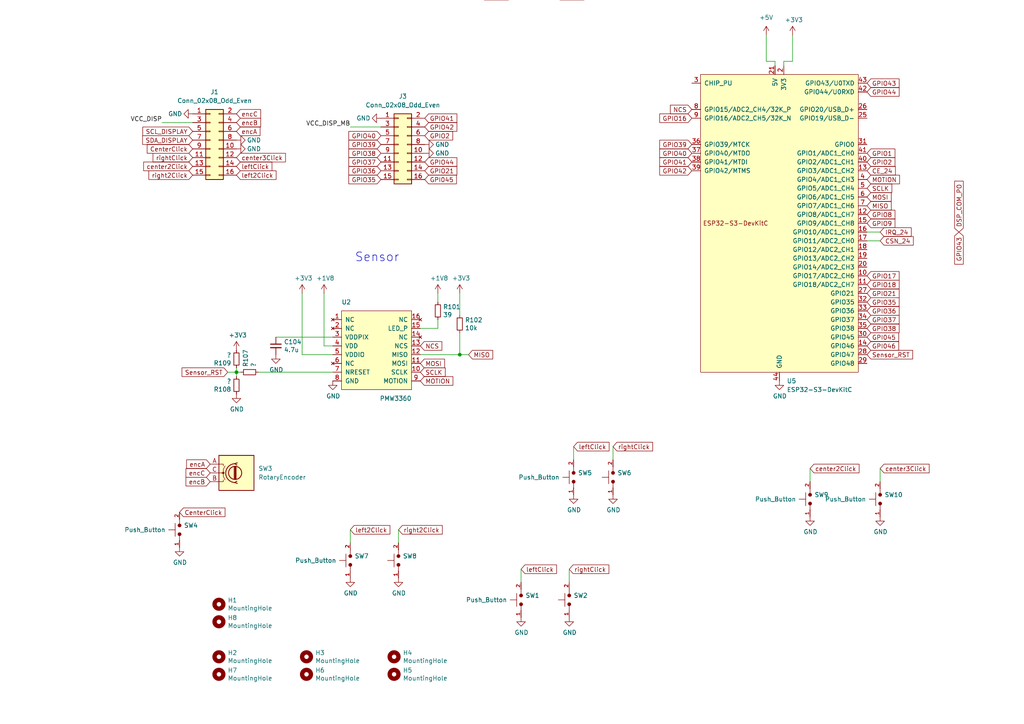
<source format=kicad_sch>
(kicad_sch (version 20250114) (generator "eeschema") (generator_version "9.0")
  (paper "A4")
  (lib_symbols
    (symbol "Connector:Conn_01x06_Pin" (pin_names (offset 1.016) (hide yes))
      (property "Reference" "J" (at 0 7.62 0))
      (property "Value" "Conn_01x06_Pin" (at 0 -10.16 0))
      (symbol "Conn_01x06_Pin_1_1"
        (pin passive line (at 5.08 5.08 180) (length 3.81) (name "Pin_1") (number "1"))
        (pin passive line (at 5.08 2.54 180) (length 3.81) (name "Pin_2") (number "2"))
        (pin passive line (at 5.08 0 180) (length 3.81) (name "Pin_3") (number "3"))
        (pin passive line (at 5.08 -2.54 180) (length 3.81) (name "Pin_4") (number "4"))
        (pin passive line (at 5.08 -5.08 180) (length 3.81) (name "Pin_5") (number "5"))
        (pin passive line (at 5.08 -7.62 180) (length 3.81) (name "Pin_6") (number "6"))
      )
    )
    (symbol "Connector_Generic:Conn_01x02" (pin_names (offset 1.016) (hide yes))
      (property "Reference" "J" (at 0 2.54 0))
      (property "Value" "Conn_01x02" (at 0 -5.08 0))
      (symbol "Conn_01x02_1_1"
        (pin passive line (at -5.08 0 0) (length 3.81) (name "Pin_1") (number "1"))
        (pin passive line (at -5.08 -2.54 0) (length 3.81) (name "Pin_2") (number "2"))
      )
    )
    (symbol "Connector_Generic:Conn_02x08_Odd_Even" (pin_names (offset 1.016) (hide yes))
      (property "Reference" "J" (at 1.27 10.16 0))
      (property "Value" "Conn_02x08_Odd_Even" (at 1.27 -12.7 0))
      (symbol "Conn_02x08_Odd_Even_1_1"
        (pin passive line (at -5.08 7.62 0) (length 3.81) (name "Pin_1") (number "1"))
        (pin passive line (at -5.08 5.08 0) (length 3.81) (name "Pin_3") (number "3"))
        (pin passive line (at -5.08 2.54 0) (length 3.81) (name "Pin_5") (number "5"))
        (pin passive line (at -5.08 0 0) (length 3.81) (name "Pin_7") (number "7"))
        (pin passive line (at -5.08 -2.54 0) (length 3.81) (name "Pin_9") (number "9"))
        (pin passive line (at -5.08 -5.08 0) (length 3.81) (name "Pin_11") (number "11"))
        (pin passive line (at -5.08 -7.62 0) (length 3.81) (name "Pin_13") (number "13"))
        (pin passive line (at -5.08 -10.16 0) (length 3.81) (name "Pin_15") (number "15"))
        (pin passive line (at 7.62 7.62 180) (length 3.81) (name "Pin_2") (number "2"))
        (pin passive line (at 7.62 5.08 180) (length 3.81) (name "Pin_4") (number "4"))
        (pin passive line (at 7.62 2.54 180) (length 3.81) (name "Pin_6") (number "6"))
        (pin passive line (at 7.62 0 180) (length 3.81) (name "Pin_8") (number "8"))
        (pin passive line (at 7.62 -2.54 180) (length 3.81) (name "Pin_10") (number "10"))
        (pin passive line (at 7.62 -5.08 180) (length 3.81) (name "Pin_12") (number "12"))
        (pin passive line (at 7.62 -7.62 180) (length 3.81) (name "Pin_14") (number "14"))
        (pin passive line (at 7.62 -10.16 180) (length 3.81) (name "Pin_16") (number "16"))
      )
    )
    (symbol "Device:C" (pin_numbers (hide yes)) (pin_names (offset 0.254))
      (property "Reference" "C" (at 0.635 2.54 0))
      (property "Value" "C" (at 0.635 -2.54 0))
      (symbol "C_1_1"
        (pin passive line (at 0 3.81 270) (length 2.794) (name "~") (number "1"))
        (pin passive line (at 0 -3.81 90) (length 2.794) (name "~") (number "2"))
      )
    )
    (symbol "Device:C_Small" (pin_numbers (hide yes)) (pin_names (offset 0.254) (hide yes))
      (property "Reference" "C" (at 0.254 1.778 0))
      (property "Value" "C_Small" (at 0.254 -2.032 0))
      (symbol "C_Small_1_1"
        (pin passive line (at 0 2.54 270) (length 2.032) (name "~") (number "1"))
        (pin passive line (at 0 -2.54 90) (length 2.032) (name "~") (number "2"))
      )
    )
    (symbol "Device:R_Small" (pin_numbers (hide yes)) (pin_names (offset 0.254) (hide yes))
      (property "Reference" "R" (at 0.762 0.508 0))
      (property "Value" "R_Small" (at 0.762 -1.016 0))
      (symbol "R_Small_1_1"
        (pin passive line (at 0 2.54 270) (length 0.762) (name "~") (number "1"))
        (pin passive line (at 0 -2.54 90) (length 0.762) (name "~") (number "2"))
      )
    )
    (symbol "Device:RotaryEncoder" (pin_names (offset 0.254) (hide yes))
      (property "Reference" "SW" (at 0 6.604 0))
      (property "Value" "RotaryEncoder" (at 0 -6.604 0))
      (symbol "RotaryEncoder_1_1"
        (pin passive line (at -7.62 2.54 0) (length 2.54) (name "A") (number "A"))
        (pin passive line (at -7.62 0 0) (length 2.54) (name "C") (number "C"))
        (pin passive line (at -7.62 -2.54 0) (length 2.54) (name "B") (number "B"))
      )
    )
    (symbol "Mechanical:MountingHole" (pin_names (offset 1.016)) (exclude_from_sim yes) (in_bom no)
      (property "Reference" "H" (at 0 5.08 0))
      (property "Value" "MountingHole" (at 0 3.175 0))
    )
    (symbol "PCM_Espressif:ESP32-S3-DevKitC" (pin_names (offset 1.016))
      (property "Reference" "U" (at -22.86 48.26 0))
      (property "Value" "ESP32-S3-DevKitC" (at -22.86 45.72 0))
      (symbol "ESP32-S3-DevKitC_0_0"
        (text "ESP32-S3-DevKitC" (at -12.7 0 0) (effects (font (size 1.27 1.27))))
        (pin bidirectional line (at -25.4 15.24 0) (length 2.54) (name "GPIO42/MTMS") (number "39"))
        (pin power_in line (at 0 -45.72 90) (length 2.54) (name "GND") (number "44"))
        (pin bidirectional line (at 25.4 40.64 180) (length 2.54) (name "GPIO43/U0TXD") (number "43"))
        (pin bidirectional line (at 25.4 38.1 180) (length 2.54) (name "GPIO44/U0RXD") (number "42"))
        (pin bidirectional line (at 25.4 20.32 180) (length 2.54) (name "GPIO1/ADC1_CH0") (number "41"))
        (pin bidirectional line (at 25.4 17.78 180) (length 2.54) (name "GPIO2/ADC1_CH1") (number "40"))
        (pin bidirectional line (at 25.4 -10.16 180) (length 2.54) (name "GPIO13/ADC2_CH2") (number "19"))
        (pin bidirectional line (at 25.4 -35.56 180) (length 2.54) (name "GPIO46") (number "14"))
      )
      (symbol "ESP32-S3-DevKitC_0_1"
        (pin power_in line (at 1.27 45.72 270) (length 2.54) (name "3V3") (number "2"))
      )
      (symbol "ESP32-S3-DevKitC_1_1"
        (pin input line (at -25.4 40.64 0) (length 2.54) (name "CHIP_PU") (number "3"))
        (pin bidirectional line (at -25.4 33.02 0) (length 2.54) (name "GPIO15/ADC2_CH4/32K_P") (number "8"))
        (pin bidirectional line (at -25.4 30.48 0) (length 2.54) (name "GPIO16/ADC2_CH5/32K_N") (number "9"))
        (pin bidirectional line (at -25.4 22.86 0) (length 2.54) (name "GPIO39/MTCK") (number "36"))
        (pin bidirectional line (at -25.4 20.32 0) (length 2.54) (name "GPIO40/MTDO") (number "37"))
        (pin bidirectional line (at -25.4 17.78 0) (length 2.54) (name "GPIO41/MTDI") (number "38"))
        (pin power_in line (at -1.27 45.72 270) (length 2.54) (name "5V") (number "21"))
        (pin passive line (at 0 -45.72 90) (length 2.54) (hide yes) (name "GND") (number "22"))
        (pin passive line (at 0 -45.72 90) (length 2.54) (hide yes) (name "GND") (number "23"))
        (pin passive line (at 0 -45.72 90) (length 2.54) (hide yes) (name "GND") (number "24"))
        (pin passive line (at 1.27 45.72 270) (length 2.54) (hide yes) (name "3V3") (number "1"))
        (pin bidirectional line (at 25.4 33.02 180) (length 2.54) (name "GPIO20/USB_D+") (number "26"))
        (pin bidirectional line (at 25.4 30.48 180) (length 2.54) (name "GPIO19/USB_D-") (number "25"))
        (pin bidirectional line (at 25.4 22.86 180) (length 2.54) (name "GPIO0") (number "31"))
        (pin bidirectional line (at 25.4 15.24 180) (length 2.54) (name "GPIO3/ADC1_CH2") (number "13"))
        (pin bidirectional line (at 25.4 12.7 180) (length 2.54) (name "GPIO4/ADC1_CH3") (number "4"))
        (pin bidirectional line (at 25.4 10.16 180) (length 2.54) (name "GPIO5/ADC1_CH4") (number "5"))
        (pin bidirectional line (at 25.4 7.62 180) (length 2.54) (name "GPIO6/ADC1_CH5") (number "6"))
        (pin bidirectional line (at 25.4 5.08 180) (length 2.54) (name "GPIO7/ADC1_CH6") (number "7"))
        (pin bidirectional line (at 25.4 2.54 180) (length 2.54) (name "GPIO8/ADC1_CH7") (number "12"))
        (pin bidirectional line (at 25.4 0 180) (length 2.54) (name "GPIO9/ADC1_CH8") (number "15"))
        (pin bidirectional line (at 25.4 -2.54 180) (length 2.54) (name "GPIO10/ADC1_CH9") (number "16"))
        (pin bidirectional line (at 25.4 -5.08 180) (length 2.54) (name "GPIO11/ADC2_CH0") (number "17"))
        (pin bidirectional line (at 25.4 -7.62 180) (length 2.54) (name "GPIO12/ADC2_CH1") (number "18"))
        (pin bidirectional line (at 25.4 -12.7 180) (length 2.54) (name "GPIO14/ADC2_CH3") (number "20"))
        (pin bidirectional line (at 25.4 -15.24 180) (length 2.54) (name "GPIO17/ADC2_CH6") (number "10"))
        (pin bidirectional line (at 25.4 -17.78 180) (length 2.54) (name "GPIO18/ADC2_CH7") (number "11"))
        (pin bidirectional line (at 25.4 -20.32 180) (length 2.54) (name "GPIO21") (number "27"))
        (pin bidirectional line (at 25.4 -22.86 180) (length 2.54) (name "GPIO35") (number "32"))
        (pin bidirectional line (at 25.4 -25.4 180) (length 2.54) (name "GPIO36") (number "33"))
        (pin bidirectional line (at 25.4 -27.94 180) (length 2.54) (name "GPIO37") (number "34"))
        (pin bidirectional line (at 25.4 -30.48 180) (length 2.54) (name "GPIO38") (number "35"))
        (pin bidirectional line (at 25.4 -33.02 180) (length 2.54) (name "GPIO45") (number "30"))
        (pin bidirectional line (at 25.4 -38.1 180) (length 2.54) (name "GPIO47") (number "28"))
        (pin bidirectional line (at 25.4 -40.64 180) (length 2.54) (name "GPIO48") (number "29"))
      )
    )
    (symbol "PCM_SL_Devices:Push_Button"
      (property "Reference" "SW" (at 0 6.35 0))
      (property "Value" "Push_Button" (at 0 4.445 0))
      (symbol "Push_Button_1_1"
        (pin passive line (at -5.08 0 0) (length 2) (name "") (number "1"))
        (pin passive line (at 5.08 0 180) (length 2) (name "") (number "2"))
      )
    )
    (symbol "PCM_Voltage_Regulator_AKL:AP130-33SA"
      (property "Reference" "U" (at 0 6.35 0))
      (property "Value" "AP130-33SA" (at 0 3.81 0))
      (symbol "AP130-33SA_0_0"
        (text "GND" (at 0 -2.54 0) (effects (font (size 1.27 1.27))))
      )
      (symbol "AP130-33SA_1_1"
        (pin power_in line (at -7.62 0 0) (length 2.54) (name "IN") (number "3"))
        (pin power_in line (at 0 -6.35 90) (length 2.54) (name "~") (number "1"))
        (pin power_out line (at 7.62 0 180) (length 2.54) (name "OUT") (number "2"))
      )
    )
    (symbol "PMW3360:PMW3360" (pin_names (offset 1.016))
      (property "Reference" "U" (at -10.16 15.24 0))
      (property "Value" "PMW3360" (at 10.16 -12.7 0))
      (symbol "PMW3360_0_0"
        (pin no_connect line (at -12.7 10.16 0) (length 2.54) (name "NC") (number "1"))
        (pin no_connect line (at -12.7 7.62 0) (length 2.54) (name "NC") (number "2"))
        (pin unspecified line (at -12.7 5.08 0) (length 2.54) (name "VDDPIX") (number "3"))
        (pin unspecified line (at -12.7 2.54 0) (length 2.54) (name "VDD") (number "4"))
        (pin unspecified line (at -12.7 0 0) (length 2.54) (name "VDDIO") (number "5"))
        (pin no_connect line (at -12.7 -2.54 0) (length 2.54) (name "NC") (number "6"))
        (pin unspecified line (at -12.7 -5.08 0) (length 2.54) (name "NRESET") (number "7"))
        (pin unspecified line (at -12.7 -7.62 0) (length 2.54) (name "GND") (number "8"))
        (pin no_connect line (at 12.7 10.16 180) (length 2.54) (name "NC") (number "16"))
        (pin unspecified line (at 12.7 7.62 180) (length 2.54) (name "LED_P") (number "15"))
        (pin no_connect line (at 12.7 5.08 180) (length 2.54) (name "NC") (number "14"))
        (pin unspecified line (at 12.7 2.54 180) (length 2.54) (name "NCS") (number "13"))
        (pin unspecified line (at 12.7 0 180) (length 2.54) (name "MISO") (number "12"))
        (pin unspecified line (at 12.7 -2.54 180) (length 2.54) (name "MOSI") (number "11"))
        (pin unspecified line (at 12.7 -5.08 180) (length 2.54) (name "SCLK") (number "10"))
        (pin unspecified line (at 12.7 -7.62 180) (length 2.54) (name "MOTION") (number "9"))
      )
    )
    (symbol "RF:NRF24L01_Breakout" (pin_names (offset 1.016))
      (property "Reference" "U" (at -8.89 12.7 0))
      (property "Value" "NRF24L01_Breakout" (at 3.81 12.7 0))
      (symbol "NRF24L01_Breakout_1_1"
        (pin input line (at -12.7 7.62 0) (length 3.81) (name "MOSI") (number "6"))
        (pin output line (at -12.7 5.08 0) (length 3.81) (name "MISO") (number "7"))
        (pin input clock (at -12.7 2.54 0) (length 3.81) (name "SCK") (number "5"))
        (pin input line (at -12.7 0 0) (length 3.81) (name "~{CSN}") (number "4"))
        (pin input line (at -12.7 -5.08 0) (length 3.81) (name "CE") (number "3"))
        (pin output line (at -12.7 -7.62 0) (length 3.81) (name "IRQ") (number "8"))
        (pin power_in line (at 0 15.24 270) (length 3.81) (name "VCC") (number "2"))
        (pin power_in line (at 0 -15.24 90) (length 3.81) (name "GND") (number "1"))
      )
    )
    (symbol "Regulator_Linear:TLV70218_SOT23-5" (pin_names (offset 0.254))
      (property "Reference" "U" (at -3.81 5.715 0))
      (property "Value" "TLV70218_SOT23-5" (at 0 5.715 0))
      (symbol "TLV70218_SOT23-5_1_1"
        (pin power_in line (at -7.62 2.54 0) (length 2.54) (name "IN") (number "1"))
        (pin input line (at -7.62 0 0) (length 2.54) (name "EN") (number "3"))
        (pin power_in line (at 0 -7.62 90) (length 2.54) (name "GND") (number "2"))
        (pin no_connect line (at 5.08 0 180) (length 2.54) (hide yes) (name "NC") (number "4"))
        (pin power_out line (at 7.62 2.54 180) (length 2.54) (name "OUT") (number "5"))
      )
    )
    (symbol "Regulator_Linear:TLV73333PDBV" (pin_names (offset 0.254))
      (property "Reference" "U" (at -3.81 5.715 0))
      (property "Value" "TLV73333PDBV" (at 0 5.715 0))
      (symbol "TLV73333PDBV_1_1"
        (pin power_in line (at -7.62 2.54 0) (length 2.54) (name "IN") (number "1"))
        (pin input line (at -7.62 0 0) (length 2.54) (name "EN") (number "3"))
        (pin power_in line (at 0 -7.62 90) (length 2.54) (name "GND") (number "2"))
        (pin no_connect line (at 5.08 0 180) (length 2.54) (hide yes) (name "NC") (number "4"))
        (pin power_out line (at 7.62 2.54 180) (length 2.54) (name "OUT") (number "5"))
      )
    )
    (symbol "SSD1306-128x64_OLED:SSD1306" (pin_names (offset 1.016))
      (property "Reference" "Brd" (at 0 -3.81 0))
      (property "Value" "SSD1306" (at 0 -1.27 0))
      (symbol "SSD1306_1_1"
        (pin input line (at -3.81 8.89 270) (length 2.54) (name "GND") (number "1"))
        (pin input line (at -1.27 8.89 270) (length 2.54) (name "VCC") (number "2"))
        (pin input line (at 1.27 8.89 270) (length 2.54) (name "SCL") (number "3"))
        (pin input line (at 3.81 8.89 270) (length 2.54) (name "SDA") (number "4"))
      )
    )
    (symbol "Trackball-rescue:+1V8-power" (power) (pin_names (offset 0))
      (property "Value" "power_+1V8" (at 0 3.556 0))
      (symbol "+1V8-power_1_1"
        (pin power_in line (at 0 0 90) (length 0) (hide yes) (name "+1V8") (number "1"))
      )
    )
    (symbol "Trackball-rescue:+3V3-power" (power) (pin_names (offset 0))
      (property "Value" "power_+3V3" (at 0 3.556 0))
      (symbol "+3V3-power_1_1"
        (pin power_in line (at 0 0 90) (length 0) (hide yes) (name "+3V3") (number "1"))
      )
    )
    (symbol "Trackball-rescue:GND-power" (power) (pin_names (offset 0))
      (property "Value" "power_GND" (at 0 -3.81 0))
      (symbol "GND-power_1_1"
        (pin power_in line (at 0 0 270) (length 0) (hide yes) (name "GND") (number "1"))
      )
    )
    (symbol "Transistor_FET:BSS83P" (pin_names (hide yes))
      (property "Reference" "Q" (at 5.08 1.905 0))
      (property "Value" "BSS83P" (at 5.08 0 0))
      (symbol "BSS83P_1_1"
        (pin input line (at -5.08 0 0) (length 2.54) (name "G") (number "1"))
        (pin passive line (at 2.54 5.08 270) (length 2.54) (name "D") (number "3"))
        (pin passive line (at 2.54 -5.08 90) (length 2.54) (name "S") (number "2"))
      )
    )
    (symbol "power:+5V" (power) (pin_numbers (hide yes)) (pin_names (offset 0) (hide yes))
      (property "Value" "+5V" (at 0 3.556 0))
      (symbol "+5V_1_1"
        (pin power_in line (at 0 0 90) (length 0) (name "~") (number "1"))
      )
    )
    (symbol "power:GND" (power) (pin_numbers (hide yes)) (pin_names (offset 0) (hide yes))
      (property "Value" "GND" (at 0 -3.81 0))
      (symbol "GND_1_1"
        (pin power_in line (at 0 0 270) (length 0) (name "~") (number "1"))
      )
    )
  )
  (text "Power" (at 41.148 -176.53 0) (effects (font (size 2.54 2.54)) (justify left bottom)))
  (text "Sensor" (at 102.87 76.2 0) (effects (font (size 2.54 2.54)) (justify left bottom)))
  (junction (at 96.52 -127))
  (junction (at 107.95 -138.43))
  (junction (at 31.75 -137.16))
  (junction (at 302.26 -43.18))
  (junction (at 54.61 -156.21))
  (junction (at 107.95 -158.75))
  (junction (at 35.56 -137.16))
  (junction (at 133.35 102.87))
  (junction (at 31.75 -156.21))
  (junction (at 88.9 -138.43))
  (junction (at 85.09 -158.75))
  (junction (at 68.58 107.95))
  (junction (at 54.61 -137.16))
  (junction (at 85.09 -138.43))
  (junction (at 43.18 -125.73))
  (wire (pts (xy 222.25 10.16) (xy 222.25 17.78)))
  (wire (pts (xy 133.35 85.09) (xy 133.35 91.44)))
  (wire (pts (xy 411.48 -26.67) (xy 411.48 -30.48)))
  (wire (pts (xy 121.92 95.25) (xy 127 95.25)))
  (wire (pts (xy 96.52 102.87) (xy 87.63 102.87)))
  (wire (pts (xy 85.09 -158.75) (xy 87.63 -158.75)))
  (wire (pts (xy 85.09 -158.75) (xy 85.09 -138.43)))
  (wire (pts (xy -13.97 -146.05) (xy -3.81 -146.05)))
  (wire (pts (xy 31.75 -125.73) (xy 43.18 -125.73)))
  (wire (pts (xy 410.21 -24.13) (xy 415.29 -24.13)))
  (wire (pts (xy -13.97 -140.97) (xy 11.43 -140.97)))
  (wire (pts (xy 222.25 17.78) (xy 224.79 17.78)))
  (wire (pts (xy 127 87.63) (xy 127 85.09)))
  (wire (pts (xy 107.95 -133.35) (xy 107.95 -127)))
  (wire (pts (xy 165.1 165.1) (xy 165.1 168.91)))
  (wire (pts (xy 151.13 165.1) (xy 151.13 168.91)))
  (wire (pts (xy 288.29 -43.18) (xy 292.1 -43.18)))
  (wire (pts (xy 31.75 -132.08) (xy 31.75 -125.73)))
  (wire (pts (xy 110.49 36.83) (xy 101.6 36.83)))
  (wire (pts (xy 177.8 129.54) (xy 177.8 133.35)))
  (wire (pts (xy 95.25 -48.26) (xy 95.25 -40.64)))
  (wire (pts (xy 86.36 -33.02) (xy 90.17 -33.02)))
  (wire (pts (xy 31.75 -156.21) (xy 35.56 -156.21)))
  (wire (pts (xy 127 95.25) (xy 127 92.71)))
  (wire (pts (xy 69.85 107.95) (xy 68.58 107.95)))
  (wire (pts (xy 55.88 35.56) (xy 46.99 35.56)))
  (wire (pts (xy 93.98 100.33) (xy 93.98 85.09)))
  (wire (pts (xy -13.97 -138.43) (xy 11.43 -138.43)))
  (wire (pts (xy 101.6 153.67) (xy 101.6 157.48)))
  (wire (pts (xy 54.61 -156.21) (xy 54.61 -137.16)))
  (wire (pts (xy 86.36 -41.91) (xy 86.36 -33.02)))
  (wire (pts (xy 68.58 107.95) (xy 68.58 106.68)))
  (wire (pts (xy 31.75 -156.21) (xy 31.75 -137.16)))
  (wire (pts (xy 133.35 96.52) (xy 133.35 102.87)))
  (wire (pts (xy 102.87 -158.75) (xy 107.95 -158.75)))
  (wire (pts (xy 68.58 107.95) (xy 68.58 109.22)))
  (wire (pts (xy 96.52 -128.27) (xy 96.52 -127)))
  (wire (pts (xy 410.21 -27.94) (xy 410.21 -24.13)))
  (wire (pts (xy 85.09 -138.43) (xy 88.9 -138.43)))
  (wire (pts (xy -13.97 -143.51) (xy 11.43 -143.51)))
  (wire (pts (xy 107.95 -127) (xy 96.52 -127)))
  (wire (pts (xy 88.9 -135.89) (xy 88.9 -138.43)))
  (wire (pts (xy 74.93 107.95) (xy 96.52 107.95)))
  (wire (pts (xy 408.94 -27.94) (xy 410.21 -27.94)))
  (wire (pts (xy -13.97 -148.59) (xy -3.81 -148.59)))
  (wire (pts (xy 54.61 -132.08) (xy 54.61 -125.73)))
  (wire (pts (xy 326.39 -43.18) (xy 326.39 -39.37)))
  (wire (pts (xy 85.09 -165.1) (xy 85.09 -158.75)))
  (wire (pts (xy 227.33 17.78) (xy 227.33 19.05)))
  (wire (pts (xy 297.18 -58.42) (xy 297.18 -50.8)))
  (wire (pts (xy 43.18 -125.73) (xy 43.18 -124.46)))
  (wire (pts (xy 234.95 135.89) (xy 234.95 139.7)))
  (wire (pts (xy 96.52 -127) (xy 96.52 -125.73)))
  (wire (pts (xy 255.27 67.31) (xy 251.46 67.31)))
  (wire (pts (xy 50.8 -137.16) (xy 54.61 -137.16)))
  (wire (pts (xy 224.79 17.78) (xy 224.79 19.05)))
  (wire (pts (xy 107.95 -165.1) (xy 107.95 -158.75)))
  (wire (pts (xy 121.92 102.87) (xy 133.35 102.87)))
  (wire (pts (xy 54.61 -125.73) (xy 43.18 -125.73)))
  (wire (pts (xy 96.52 100.33) (xy 93.98 100.33)))
  (wire (pts (xy 87.63 102.87) (xy 87.63 85.09)))
  (wire (pts (xy 408.94 -30.48) (xy 411.48 -30.48)))
  (wire (pts (xy 229.87 10.16) (xy 229.87 17.78)))
  (wire (pts (xy 31.75 -137.16) (xy 35.56 -137.16)))
  (wire (pts (xy 107.95 -158.75) (xy 107.95 -138.43)))
  (wire (pts (xy 415.29 -26.67) (xy 411.48 -26.67)))
  (wire (pts (xy -13.97 -135.89) (xy 11.43 -135.89)))
  (wire (pts (xy 85.09 -133.35) (xy 85.09 -127)))
  (wire (pts (xy 229.87 17.78) (xy 227.33 17.78)))
  (wire (pts (xy 85.09 -127) (xy 96.52 -127)))
  (wire (pts (xy 104.14 -138.43) (xy 107.95 -138.43)))
  (wire (pts (xy 43.18 -127) (xy 43.18 -125.73)))
  (wire (pts (xy 80.01 97.79) (xy 96.52 97.79)))
  (wire (pts (xy 66.04 107.95) (xy 68.58 107.95)))
  (wire (pts (xy 166.37 129.54) (xy 166.37 133.35)))
  (wire (pts (xy 31.75 -163.83) (xy 31.75 -156.21)))
  (wire (pts (xy 255.27 69.85) (xy 251.46 69.85)))
  (wire (pts (xy 288.29 -52.07) (xy 288.29 -43.18)))
  (wire (pts (xy 133.35 102.87) (xy 135.89 102.87)))
  (wire (pts (xy 100.33 -33.02) (xy 109.22 -33.02)))
  (wire (pts (xy 302.26 -43.18) (xy 326.39 -43.18)))
  (wire (pts (xy 50.8 -156.21) (xy 54.61 -156.21)))
  (wire (pts (xy 54.61 -162.56) (xy 54.61 -156.21)))
  (wire (pts (xy 115.57 153.67) (xy 115.57 157.48)))
  (wire (pts (xy 35.56 -134.62) (xy 35.56 -137.16)))
  (wire (pts (xy 255.27 135.89) (xy 255.27 139.7)))
  (label "VCC_DISP" (at 46.99 35.56 180))
  (label "VCC_DISP_MB" (at 101.6 36.83 180))
  (global_label "VCC_DISP_MB" (shape input) (at 109.22 -33.02 0) (effects (font (size 2.54 2.54))) (property "Intersheetrefs" "${INTERSHEET_REFS}" (effects (hide yes))))
  (global_label "GPIO37" (shape input) (at 110.49 46.99 180) (property "Intersheetrefs" "${INTERSHEET_REFS}" (effects (hide yes))))
  (global_label "GPIO21" (shape input) (at 251.46 85.09 0) (property "Intersheetrefs" "${INTERSHEET_REFS}" (effects (hide yes))))
  (global_label "encB" (shape input) (at 60.96 139.7 180) (property "Intersheetrefs" "${INTERSHEET_REFS}" (effects (hide yes))))
  (global_label "GPIO44" (shape input) (at 251.46 26.67 0) (property "Intersheetrefs" "${INTERSHEET_REFS}" (effects (hide yes))))
  (global_label "GPIO35" (shape input) (at 251.46 87.63 0) (property "Intersheetrefs" "${INTERSHEET_REFS}" (effects (hide yes))))
  (global_label "center3Click" (shape input) (at 255.27 135.89 0) (property "Intersheetrefs" "${INTERSHEET_REFS}" (effects (hide yes))))
  (global_label "B+" (shape input) (at 11.43 -138.43 0) (property "Intersheetrefs" "${INTERSHEET_REFS}" (effects (hide yes))))
  (global_label "Sensor_RST" (shape input) (at 251.46 102.87 0) (property "Intersheetrefs" "${INTERSHEET_REFS}" (effects (hide yes))))
  (global_label "NCS" (shape input) (at 200.66 31.75 180) (property "Intersheetrefs" "${INTERSHEET_REFS}" (effects (hide yes))))
  (global_label "GPIO37" (shape input) (at 251.46 92.71 0) (property "Intersheetrefs" "${INTERSHEET_REFS}" (effects (hide yes))))
  (global_label "GPIO10" (shape input) (at 161.29 -3.81 0) (property "Intersheetrefs" "${INTERSHEET_REFS}" (effects (hide yes))))
  (global_label "SCLK" (shape input) (at 251.46 54.61 0) (property "Intersheetrefs" "${INTERSHEET_REFS}" (effects (hide yes))))
  (global_label "GPIO8" (shape input) (at 251.46 62.23 0) (property "Intersheetrefs" "${INTERSHEET_REFS}" (effects (hide yes))))
  (global_label "GPIO41" (shape input) (at 123.19 34.29 0) (property "Intersheetrefs" "${INTERSHEET_REFS}" (effects (hide yes))))
  (global_label "encB" (shape input) (at 68.58 35.56 0) (property "Intersheetrefs" "${INTERSHEET_REFS}" (effects (hide yes))))
  (global_label "SDA_DISPLAY" (shape input) (at 408.94 -30.48 180) (property "Intersheetrefs" "${INTERSHEET_REFS}" (effects (hide yes))))
  (global_label "GPI045" (shape input) (at 251.46 97.79 0) (property "Intersheetrefs" "${INTERSHEET_REFS}" (effects (hide yes))))
  (global_label "encC" (shape input) (at 60.96 137.16 180) (property "Intersheetrefs" "${INTERSHEET_REFS}" (effects (hide yes))))
  (global_label "GPIO45" (shape input) (at 148.59 -3.81 180) (property "Intersheetrefs" "${INTERSHEET_REFS}" (effects (hide yes))))
  (global_label "right2Click" (shape input) (at 55.88 50.8 180) (property "Intersheetrefs" "${INTERSHEET_REFS}" (effects (hide yes))))
  (global_label "GPIO25" (shape input) (at 161.29 -6.35 0) (property "Intersheetrefs" "${INTERSHEET_REFS}" (effects (hide yes))))
  (global_label "leftClick" (shape input) (at 151.13 165.1 0) (property "Intersheetrefs" "${INTERSHEET_REFS}" (effects (hide yes))))
  (global_label "encA" (shape input) (at 68.58 38.1 0) (property "Intersheetrefs" "${INTERSHEET_REFS}" (effects (hide yes))))
  (global_label "OUT+" (shape input) (at 11.43 -143.51 0) (property "Intersheetrefs" "${INTERSHEET_REFS}" (effects (hide yes))))
  (global_label "center2Click" (shape input) (at 234.95 135.89 0) (property "Intersheetrefs" "${INTERSHEET_REFS}" (effects (hide yes))))
  (global_label "DSP_COM_PO" (shape input) (at 278.13 67.31 90) (property "Intersheetrefs" "${INTERSHEET_REFS}" (effects (hide yes))))
  (global_label "CSN_24" (shape input) (at 255.27 69.85 0) (property "Intersheetrefs" "${INTERSHEET_REFS}" (effects (hide yes))))
  (global_label "leftClick" (shape input) (at 68.58 48.26 0) (property "Intersheetrefs" "${INTERSHEET_REFS}" (effects (hide yes))))
  (global_label "encC" (shape input) (at 68.58 33.02 0) (property "Intersheetrefs" "${INTERSHEET_REFS}" (effects (hide yes))))
  (global_label "OUT+" (shape input) (at 31.75 -163.83 90) (property "Intersheetrefs" "${INTERSHEET_REFS}" (effects (hide yes))))
  (global_label "GPIO40" (shape input) (at 200.66 44.45 180) (property "Intersheetrefs" "${INTERSHEET_REFS}" (effects (hide yes))))
  (global_label "center2Click" (shape input) (at 55.88 48.26 180) (property "Intersheetrefs" "${INTERSHEET_REFS}" (effects (hide yes))))
  (global_label "GPIO42" (shape input) (at 200.66 49.53 180) (property "Intersheetrefs" "${INTERSHEET_REFS}" (effects (hide yes))))
  (global_label "B+" (shape input) (at 1.27 -124.46 180) (property "Intersheetrefs" "${INTERSHEET_REFS}" (effects (hide yes))))
  (global_label "GPIO9" (shape input) (at 251.46 64.77 0) (property "Intersheetrefs" "${INTERSHEET_REFS}" (effects (hide yes))))
  (global_label "GPIO40" (shape input) (at 110.49 39.37 180) (property "Intersheetrefs" "${INTERSHEET_REFS}" (effects (hide yes))))
  (global_label "B-" (shape input) (at 11.43 -135.89 0) (property "Intersheetrefs" "${INTERSHEET_REFS}" (effects (hide yes))))
  (global_label "encA" (shape input) (at 60.96 134.62 180) (property "Intersheetrefs" "${INTERSHEET_REFS}" (effects (hide yes))))
  (global_label "B-" (shape input) (at 1.27 -127 180) (property "Intersheetrefs" "${INTERSHEET_REFS}" (effects (hide yes))))
  (global_label "Sensor_RST" (shape input) (at 66.04 107.95 180) (property "Intersheetrefs" "${INTERSHEET_REFS}" (effects (hide yes))))
  (global_label "GPIO41" (shape input) (at 200.66 46.99 180) (property "Intersheetrefs" "${INTERSHEET_REFS}" (effects (hide yes))))
  (global_label "CE_24" (shape input) (at 313.69 -19.05 180) (property "Intersheetrefs" "${INTERSHEET_REFS}" (effects (hide yes))))
  (global_label "MISO" (shape input) (at 135.89 102.87 0) (property "Intersheetrefs" "${INTERSHEET_REFS}" (effects (hide yes))))
  (global_label "DSP_COM_PO" (shape input) (at 95.25 -48.26 90) (property "Intersheetrefs" "${INTERSHEET_REFS}" (effects (hide yes))))
  (global_label "GPIO18" (shape input) (at 251.46 82.55 0) (property "Intersheetrefs" "${INTERSHEET_REFS}" (effects (hide yes))))
  (global_label "left2Click" (shape input) (at 68.58 50.8 0) (property "Intersheetrefs" "${INTERSHEET_REFS}" (effects (hide yes))))
  (global_label "GPIO37" (shape input) (at 148.59 -6.35 180) (property "Intersheetrefs" "${INTERSHEET_REFS}" (effects (hide yes))))
  (global_label "GPI045" (shape input) (at 123.19 52.07 0) (property "Intersheetrefs" "${INTERSHEET_REFS}" (effects (hide yes))))
  (global_label "GPIO42" (shape input) (at 123.19 36.83 0) (property "Intersheetrefs" "${INTERSHEET_REFS}" (effects (hide yes))))
  (global_label "CenterClick" (shape input) (at 52.07 148.59 0) (property "Intersheetrefs" "${INTERSHEET_REFS}" (effects (hide yes))))
  (global_label "GPIO38" (shape input) (at 251.46 95.25 0) (property "Intersheetrefs" "${INTERSHEET_REFS}" (effects (hide yes))))
  (global_label "MOTION" (shape input) (at 121.92 110.49 0) (property "Intersheetrefs" "${INTERSHEET_REFS}" (effects (hide yes))))
  (global_label "GPIO38" (shape input) (at 110.49 44.45 180) (property "Intersheetrefs" "${INTERSHEET_REFS}" (effects (hide yes))))
  (global_label "GPIO36" (shape input) (at 110.49 49.53 180) (property "Intersheetrefs" "${INTERSHEET_REFS}" (effects (hide yes))))
  (global_label "SCLK" (shape input) (at 313.69 -26.67 180) (property "Intersheetrefs" "${INTERSHEET_REFS}" (effects (hide yes))))
  (global_label "SDA_DISPLAY" (shape input) (at 55.88 40.64 180) (property "Intersheetrefs" "${INTERSHEET_REFS}" (effects (hide yes))))
  (global_label "rightClick" (shape input) (at 55.88 45.72 180) (property "Intersheetrefs" "${INTERSHEET_REFS}" (effects (hide yes))))
  (global_label "GPIO35" (shape input) (at 110.49 52.07 180) (property "Intersheetrefs" "${INTERSHEET_REFS}" (effects (hide yes))))
  (global_label "GPIO39" (shape input) (at 110.49 41.91 180) (property "Intersheetrefs" "${INTERSHEET_REFS}" (effects (hide yes))))
  (global_label "GPIO1" (shape input) (at 251.46 44.45 0) (property "Intersheetrefs" "${INTERSHEET_REFS}" (effects (hide yes))))
  (global_label "GPIO43" (shape input) (at 278.13 67.31 270) (property "Intersheetrefs" "${INTERSHEET_REFS}" (effects (hide yes))))
  (global_label "center3Click" (shape input) (at 68.58 45.72 0) (property "Intersheetrefs" "${INTERSHEET_REFS}" (effects (hide yes))))
  (global_label "right2Click" (shape input) (at 115.57 153.67 0) (property "Intersheetrefs" "${INTERSHEET_REFS}" (effects (hide yes))))
  (global_label "left2Click" (shape input) (at 101.6 153.67 0) (property "Intersheetrefs" "${INTERSHEET_REFS}" (effects (hide yes))))
  (global_label "MOSI" (shape input) (at 313.69 -31.75 180) (property "Intersheetrefs" "${INTERSHEET_REFS}" (effects (hide yes))))
  (global_label "GPIO2" (shape input) (at 123.19 39.37 0) (property "Intersheetrefs" "${INTERSHEET_REFS}" (effects (hide yes))))
  (global_label "CSN_24" (shape input) (at 313.69 -24.13 180) (property "Intersheetrefs" "${INTERSHEET_REFS}" (effects (hide yes))))
  (global_label "rightClick" (shape input) (at 165.1 165.1 0) (property "Intersheetrefs" "${INTERSHEET_REFS}" (effects (hide yes))))
  (global_label "GPIO39" (shape input) (at 200.66 41.91 180) (property "Intersheetrefs" "${INTERSHEET_REFS}" (effects (hide yes))))
  (global_label "IRQ_24" (shape input) (at 255.27 67.31 0) (property "Intersheetrefs" "${INTERSHEET_REFS}" (effects (hide yes))))
  (global_label "GPIO44" (shape input) (at 123.19 46.99 0) (property "Intersheetrefs" "${INTERSHEET_REFS}" (effects (hide yes))))
  (global_label "GPIO17" (shape input) (at 251.46 80.01 0) (property "Intersheetrefs" "${INTERSHEET_REFS}" (effects (hide yes))))
  (global_label "GPIO36" (shape input) (at 251.46 90.17 0) (property "Intersheetrefs" "${INTERSHEET_REFS}" (effects (hide yes))))
  (global_label "rightClick" (shape input) (at 177.8 129.54 0) (property "Intersheetrefs" "${INTERSHEET_REFS}" (effects (hide yes))))
  (global_label "MOTION" (shape input) (at 251.46 52.07 0) (property "Intersheetrefs" "${INTERSHEET_REFS}" (effects (hide yes))))
  (global_label "MOSI" (shape input) (at 251.46 57.15 0) (property "Intersheetrefs" "${INTERSHEET_REFS}" (effects (hide yes))))
  (global_label "MOSI" (shape input) (at 121.92 105.41 0) (property "Intersheetrefs" "${INTERSHEET_REFS}" (effects (hide yes))))
  (global_label "GPIO8" (shape input) (at 161.29 -1.27 0) (property "Intersheetrefs" "${INTERSHEET_REFS}" (effects (hide yes))))
  (global_label "SCL_DISPLAY" (shape input) (at 408.94 -27.94 180) (property "Intersheetrefs" "${INTERSHEET_REFS}" (effects (hide yes))))
  (global_label "NCS" (shape input) (at 121.92 100.33 0) (property "Intersheetrefs" "${INTERSHEET_REFS}" (effects (hide yes))))
  (global_label "GPIO16" (shape input) (at 200.66 34.29 180) (property "Intersheetrefs" "${INTERSHEET_REFS}" (effects (hide yes))))
  (global_label "SCL_DISPLAY" (shape input) (at 55.88 38.1 180) (property "Intersheetrefs" "${INTERSHEET_REFS}" (effects (hide yes))))
  (global_label "CenterClick" (shape input) (at 55.88 43.18 180) (property "Intersheetrefs" "${INTERSHEET_REFS}" (effects (hide yes))))
  (global_label "VCC_NRF_MD" (shape input) (at 326.39 -43.18 0) (property "Intersheetrefs" "${INTERSHEET_REFS}" (effects (hide yes))))
  (global_label "GPIO21" (shape input) (at 123.19 49.53 0) (property "Intersheetrefs" "${INTERSHEET_REFS}" (effects (hide yes))))
  (global_label "MISO" (shape input) (at 251.46 59.69 0) (property "Intersheetrefs" "${INTERSHEET_REFS}" (effects (hide yes))))
  (global_label "CE_24" (shape input) (at 251.46 49.53 0) (property "Intersheetrefs" "${INTERSHEET_REFS}" (effects (hide yes))))
  (global_label "MISO" (shape input) (at 313.69 -29.21 180) (property "Intersheetrefs" "${INTERSHEET_REFS}" (effects (hide yes))))
  (global_label "GPIO9" (shape input) (at 148.59 -1.27 180) (property "Intersheetrefs" "${INTERSHEET_REFS}" (effects (hide yes))))
  (global_label "leftClick" (shape input) (at 166.37 129.54 0) (property "Intersheetrefs" "${INTERSHEET_REFS}" (effects (hide yes))))
  (global_label "GPI046" (shape input) (at 251.46 100.33 0) (property "Intersheetrefs" "${INTERSHEET_REFS}" (effects (hide yes))))
  (global_label "GPIO2" (shape input) (at 251.46 46.99 0) (property "Intersheetrefs" "${INTERSHEET_REFS}" (effects (hide yes))))
  (global_label "SCLK" (shape input) (at 121.92 107.95 0) (property "Intersheetrefs" "${INTERSHEET_REFS}" (effects (hide yes))))
  (global_label "NRF_COM_PO" (shape input) (at 297.18 -58.42 90) (property "Intersheetrefs" "${INTERSHEET_REFS}" (effects (hide yes))))
  (global_label "GPIO43" (shape input) (at 251.46 24.13 0) (property "Intersheetrefs" "${INTERSHEET_REFS}" (effects (hide yes))))
  (global_label "IRQ_24" (shape input) (at 313.69 -16.51 180) (property "Intersheetrefs" "${INTERSHEET_REFS}" (effects (hide yes))))
  (symbol (lib_id "PMW3360:PMW3360") (at 109.22 102.87 0) (unit 1)
    (property "Reference" "U2" (at 99.06 87.63 0) (effects (justify left)))
    (property "Value" "PMW3360" (at 119.38 115.57 0) (effects (justify right)))
    (property "Footprint" "PMW3360:PMW3360" (effects (hide yes)))
  )
  (symbol (lib_id "Device:C_Small") (at 80.01 100.33 0) (unit 1)
    (property "Reference" "C104" (at 82.3468 99.1616 0) (effects (justify left)))
    (property "Value" "4.7u" (at 82.3468 101.473 0) (effects (justify left)))
    (property "Footprint" "Capacitor_SMD:C_0805_2012Metric" (effects (hide yes)))
    (property "LCSC" "C23733" (effects (hide yes)))
  )
  (symbol (lib_id "Trackball-rescue:GND-power") (at 80.01 102.87 0) (unit 1)
    (property "Reference" "#PWR0105" (effects (hide yes)))
    (property "Value" "GND" (at 80.137 107.2642 0))
  )
  (symbol (lib_id "Trackball-rescue:+3V3-power") (at 87.63 85.09 0) (unit 1)
    (property "Reference" "#PWR0107" (effects (hide yes)))
    (property "Value" "+3V3" (at 88.011 80.6958 0))
  )
  (symbol (lib_id "Trackball-rescue:+1V8-power") (at 93.98 85.09 0) (unit 1)
    (property "Reference" "#PWR0109" (effects (hide yes)))
    (property "Value" "+1V8" (at 94.361 80.6958 0))
  )
  (symbol (lib_id "Trackball-rescue:GND-power") (at 96.52 110.49 0) (unit 1)
    (property "Reference" "#PWR0110" (effects (hide yes)))
    (property "Value" "GND" (at 96.647 114.8842 0))
  )
  (symbol (lib_id "Device:R_Small") (at 133.35 93.98 0) (unit 1)
    (property "Reference" "R102" (at 134.8486 92.8116 0) (effects (justify left)))
    (property "Value" "10k" (at 134.8486 95.123 0) (effects (justify left)))
    (property "Footprint" "Resistor_SMD:R_0805_2012Metric" (effects (hide yes)))
    (property "LCSC" "C25744" (effects (hide yes)))
  )
  (symbol (lib_id "Trackball-rescue:+3V3-power") (at 133.35 85.09 0) (unit 1)
    (property "Reference" "#PWR0116" (effects (hide yes)))
    (property "Value" "+3V3" (at 133.731 80.6958 0))
  )
  (symbol (lib_id "Trackball-rescue:+1V8-power") (at 127 85.09 0) (unit 1)
    (property "Reference" "#PWR0114" (effects (hide yes)))
    (property "Value" "+1V8" (at 127.381 80.6958 0))
  )
  (symbol (lib_id "Device:R_Small") (at 127 90.17 0) (unit 1)
    (property "Reference" "R101" (at 128.4986 89.0016 0) (effects (justify left)))
    (property "Value" "39" (at 128.4986 91.313 0) (effects (justify left)))
    (property "Footprint" "Resistor_SMD:R_0805_2012Metric" (effects (hide yes)))
    (property "LCSC" "C25110" (effects (hide yes)))
  )
  (symbol (lib_id "Mechanical:MountingHole") (at 63.5 190.5 0) (unit 1)
    (property "Reference" "H2" (at 66.04 189.3316 0) (effects (justify left)))
    (property "Value" "MountingHole" (at 66.04 191.643 0) (effects (justify left)))
    (property "Footprint" "MountingHole:MountingHole_2.2mm_M2_ISO14580" (effects (hide yes)))
  )
  (symbol (lib_id "Mechanical:MountingHole") (at 88.9 190.5 0) (unit 1)
    (property "Reference" "H3" (at 91.44 189.3316 0) (effects (justify left)))
    (property "Value" "MountingHole" (at 91.44 191.643 0) (effects (justify left)))
    (property "Footprint" "MountingHole:MountingHole_2.2mm_M2_ISO14580" (effects (hide yes)))
  )
  (symbol (lib_id "Mechanical:MountingHole") (at 114.3 190.5 0) (unit 1)
    (property "Reference" "H4" (at 116.84 189.3316 0) (effects (justify left)))
    (property "Value" "MountingHole" (at 116.84 191.643 0) (effects (justify left)))
    (property "Footprint" "MountingHole:MountingHole_2.2mm_M2_ISO14580" (effects (hide yes)))
  )
  (symbol (lib_id "Transistor_FET:BSS83P") (at 297.18 -45.72 270) (unit 1)
    (property "Reference" "Q3" (at 293.624 -47.752 90))
    (property "Value" "BSS83P" (at 307.086 -47.498 90))
    (property "Footprint" "Package_TO_SOT_SMD:SOT-23" (effects (hide yes)))
    (property "Datasheet" "http://www.farnell.com/datasheets/1835997.pdf" (effects (hide yes)))
    (property "Description" "-0.33A Id, -60V Vds, P-Channel MOSFET, SOT-23" (effects (hide yes)))
  )
  (symbol (lib_id "RF:NRF24L01_Breakout") (at 326.39 -24.13 0) (unit 1)
    (property "Reference" "U8" (at 336.55 -25.4001 0) (effects (justify left)))
    (property "Value" "NRF24L01_Breakout" (at 336.55 -22.8601 0) (effects (justify left)))
    (property "Footprint" "RF_Module:nRF24L01_Breakout" (effects (hide yes)))
    (property "Datasheet" "http://www.nordicsemi.com/eng/content/download/2730/34105/file/nRF24L01_Product_Specification_v2_0.pdf" (effects (hide yes)))
    (property "Description" "Ultra low power 2.4GHz RF Transceiver, Carrier PCB" (effects (hide yes)))
  )
  (symbol (lib_id "Trackball-rescue:GND-power") (at 302.26 -35.56 0) (unit 1)
    (property "Reference" "#PWR0115" (effects (hide yes)))
    (property "Value" "GND" (at 302.387 -31.1658 0))
  )
  (symbol (lib_id "Trackball-rescue:GND-power") (at 177.8 143.51 0) (unit 1)
    (property "Reference" "#PWR024" (effects (hide yes)))
    (property "Value" "GND" (at 177.927 147.9042 0))
  )
  (symbol (lib_id "PCM_SL_Devices:Push_Button") (at 101.6 162.56 90) (unit 1)
    (property "Reference" "SW7" (at 102.87 161.2899 90) (effects (justify right)))
    (property "Value" "Push_Button" (at 85.598 162.56 90) (effects (justify right)))
    (property "Footprint" "MaSe:SW_Hotswap_Kailh_Choc_V1V2_1.00u" (effects (hide yes)))
    (property "Description" "Common 6mmx6mm Push Button" (effects (hide yes)))
  )
  (symbol (lib_id "Trackball-rescue:GND-power") (at 96.52 -125.73 0) (unit 1)
    (property "Reference" "#PWR07" (effects (hide yes)))
    (property "Value" "GND" (at 96.647 -121.3358 0))
  )
  (symbol (lib_id "Connector:Conn_01x06_Pin") (at -19.05 -143.51 0) (unit 1)
    (property "Reference" "J2" (at -18.415 -152.4 0))
    (property "Value" "ALIM_BAT" (at -18.415 -149.86 0))
    (property "Footprint" "MaSe:TP4056-18650" (effects (hide yes)))
    (property "Description" "Generic connector, single row, 01x06, script generated" (effects (hide yes)))
  )
  (symbol (lib_id "Trackball-rescue:GND-power") (at 123.19 44.45 90) (mirror x) (unit 1)
    (property "Reference" "#PWR01" (effects (hide yes)))
    (property "Value" "GND" (at 128.27 44.45 90))
  )
  (symbol (lib_id "SSD1306-128x64_OLED:SSD1306") (at 424.18 -22.86 90) (unit 1)
    (property "Reference" "Brd1" (at 431.8 -24.1301 90) (effects (justify right)))
    (property "Value" "SSD1306" (at 431.8 -21.5901 90) (effects (justify right)))
    (property "Footprint" "Connector_PinHeader_2.54mm:PinHeader_1x04_P2.54mm_Vertical" (effects (hide yes)))
  )
  (symbol (lib_id "PCM_SL_Devices:Push_Button") (at 151.13 173.99 90) (unit 1)
    (property "Reference" "SW1" (at 152.4 172.7199 90) (effects (justify right)))
    (property "Value" "Push_Button" (at 135.128 173.99 90) (effects (justify right)))
    (property "Footprint" "MaSe:SW_Hotswap_Kailh_Choc_V1V2_1.00u" (effects (hide yes)))
    (property "Description" "Common 6mmx6mm Push Button" (effects (hide yes)))
  )
  (symbol (lib_id "Trackball-rescue:GND-power") (at 110.49 34.29 270) (mirror x) (unit 1)
    (property "Reference" "#PWR031" (effects (hide yes)))
    (property "Value" "GND" (at 105.41 34.29 90))
  )
  (symbol (lib_id "Trackball-rescue:GND-power") (at 101.6 167.64 0) (unit 1)
    (property "Reference" "#PWR09" (effects (hide yes)))
    (property "Value" "GND" (at 101.727 172.0342 0))
  )
  (symbol (lib_id "Connector_Generic:Conn_02x08_Odd_Even") (at 60.96 40.64 0) (unit 1)
    (property "Reference" "J1" (at 62.23 26.67 0))
    (property "Value" "Conn_02x08_Odd_Even" (at 62.23 29.21 0))
    (property "Footprint" "Connector_PinHeader_1.27mm:PinHeader_2x08_P1.27mm_Vertical" (effects (hide yes)))
    (property "Description" "Generic connector, double row, 02x08, odd/even pin numbering scheme (row 1 odd numbers, row 2 even numbers), script generated (kicad-library-utils/schlib/autogen/connector/)" (effects (hide yes)))
  )
  (symbol (lib_id "Trackball-rescue:GND-power") (at 68.58 43.18 90) (mirror x) (unit 1)
    (property "Reference" "#PWR021" (effects (hide yes)))
    (property "Value" "GND" (at 73.66 43.18 90))
  )
  (symbol (lib_id "Device:RotaryEncoder") (at 68.58 137.16 0) (unit 1)
    (property "Reference" "SW3" (at 74.93 135.8899 0) (effects (justify left)))
    (property "Value" "RotaryEncoder" (at 74.93 138.4299 0) (effects (justify left)))
    (property "Footprint" "MaSe:Alps-EC10E1220501" (effects (hide yes)))
    (property "Description" "Rotary encoder, dual channel, incremental quadrate outputs" (effects (hide yes)))
  )
  (symbol (lib_id "Mechanical:MountingHole") (at 114.3 195.58 0) (unit 1)
    (property "Reference" "H5" (at 116.84 194.4116 0) (effects (justify left)))
    (property "Value" "MountingHole" (at 116.84 196.723 0) (effects (justify left)))
    (property "Footprint" "MountingHole:MountingHole_2.2mm_M2_ISO14580" (effects (hide yes)))
  )
  (symbol (lib_id "Mechanical:MountingHole") (at 63.5 175.26 0) (unit 1)
    (property "Reference" "H1" (at 66.04 174.0916 0) (effects (justify left)))
    (property "Value" "MountingHole" (at 66.04 176.403 0) (effects (justify left)))
    (property "Footprint" "MountingHole:MountingHole_2.2mm_M2_ISO14580" (effects (hide yes)))
  )
  (symbol (lib_id "PCM_SL_Devices:Push_Button") (at 177.8 138.43 90) (unit 1)
    (property "Reference" "SW6" (at 179.07 137.1599 90) (effects (justify right)))
    (property "Value" "Push_Button" (effects (hide yes)))
    (property "Footprint" "MaSe:SW_Micro_Switch" (effects (hide yes)))
    (property "Description" "Common 6mmx6mm Push Button" (effects (hide yes)))
  )
  (symbol (lib_id "power:+5V") (at 222.25 10.16 0) (unit 1)
    (property "Reference" "#PWR032" (effects (hide yes)))
    (property "Value" "+5V" (at 222.25 5.08 0))
    (property "Description" "Power symbol creates a global label with name \"+5V\"" (effects (hide yes)))
  )
  (symbol (lib_id "Transistor_FET:BSS83P") (at 95.25 -35.56 270) (unit 1)
    (property "Reference" "Q2" (at 92.202 -27.686 90))
    (property "Value" "BSS83P" (at 99.314 -28.194 90))
    (property "Footprint" "Package_TO_SOT_SMD:SOT-23" (effects (hide yes)))
    (property "Datasheet" "http://www.farnell.com/datasheets/1835997.pdf" (effects (hide yes)))
    (property "Description" "-0.33A Id, -60V Vds, P-Channel MOSFET, SOT-23" (effects (hide yes)))
  )
  (symbol (lib_id "Device:R_Small") (at 68.58 111.76 180) (unit 1)
    (property "Reference" "R108" (at 67.0814 112.9284 0) (effects (justify left)))
    (property "Value" "?" (at 67.0814 110.617 0) (effects (justify left)))
    (property "Footprint" "Resistor_SMD:R_0805_2012Metric" (effects (hide yes)))
    (property "LCSC" "C25110" (effects (hide yes)))
  )
  (symbol (lib_id "PCM_SL_Devices:Push_Button") (at 234.95 144.78 90) (unit 1)
    (property "Reference" "SW9" (at 236.22 143.5099 90) (effects (justify right)))
    (property "Value" "Push_Button" (at 218.948 144.78 90) (effects (justify right)))
    (property "Footprint" "Button_Switch_THT:SW_PUSH_6mm" (effects (hide yes)))
    (property "Description" "Common 6mmx6mm Push Button" (effects (hide yes)))
  )
  (symbol (lib_id "Trackball-rescue:+3V3-power") (at 229.87 10.16 0) (unit 1)
    (property "Reference" "#PWR016" (effects (hide yes)))
    (property "Value" "+3V3" (at 230.251 5.7658 0))
  )
  (symbol (lib_id "power:GND") (at 11.43 -140.97 90) (unit 1)
    (property "Reference" "#PWR028" (effects (hide yes)))
    (property "Value" "GND" (at 16.51 -140.9701 90) (effects (justify right)))
    (property "Description" "Power symbol creates a global label with name \"GND\" , ground" (effects (hide yes)))
  )
  (symbol (lib_id "Trackball-rescue:+3V3-power") (at 85.09 -165.1 0) (unit 1)
    (property "Reference" "#PWR06" (effects (hide yes)))
    (property "Value" "+3V3" (at 85.471 -169.4942 0))
  )
  (symbol (lib_id "Device:R_Small") (at 72.39 107.95 90) (unit 1)
    (property "Reference" "R107" (at 71.2216 106.4514 0) (effects (justify left)))
    (property "Value" "?" (at 73.533 106.4514 0) (effects (justify left)))
    (property "Footprint" "Resistor_SMD:R_0805_2012Metric" (effects (hide yes)))
    (property "LCSC" "C25110" (effects (hide yes)))
  )
  (symbol (lib_id "Trackball-rescue:GND-power") (at 43.18 -149.86 0) (unit 1)
    (property "Reference" "#PWR014" (effects (hide yes)))
    (property "Value" "GND" (at 39.37 -148.59 0))
  )
  (symbol (lib_id "Connector_Generic:Conn_02x08_Odd_Even") (at 115.57 41.91 0) (unit 1)
    (property "Reference" "J3" (at 116.84 27.94 0))
    (property "Value" "Conn_02x08_Odd_Even" (at 116.84 30.48 0))
    (property "Footprint" "Connector_PinHeader_1.27mm:PinHeader_2x08_P1.27mm_Vertical" (effects (hide yes)))
    (property "Description" "Generic connector, double row, 02x08, odd/even pin numbering scheme (row 1 odd numbers, row 2 even numbers), script generated (kicad-library-utils/schlib/autogen/connector/)" (effects (hide yes)))
  )
  (symbol (lib_id "power:GND") (at -3.81 -146.05 90) (unit 1)
    (property "Reference" "#PWR026" (effects (hide yes)))
    (property "Value" "GND" (at 1.27 -146.0501 90) (effects (justify right)))
    (property "Description" "Power symbol creates a global label with name \"GND\" , ground" (effects (hide yes)))
  )
  (symbol (lib_id "PCM_SL_Devices:Push_Button") (at 115.57 162.56 90) (unit 1)
    (property "Reference" "SW8" (at 116.84 161.2899 90) (effects (justify right)))
    (property "Value" "Push_Button" (effects (hide yes)))
    (property "Footprint" "MaSe:SW_Hotswap_Kailh_Choc_V1V2_1.00u" (effects (hide yes)))
    (property "Description" "Common 6mmx6mm Push Button" (effects (hide yes)))
  )
  (symbol (lib_id "Trackball-rescue:GND-power") (at 68.58 40.64 90) (mirror x) (unit 1)
    (property "Reference" "#PWR020" (effects (hide yes)))
    (property "Value" "GND" (at 73.66 40.64 90))
  )
  (symbol (lib_id "Regulator_Linear:TLV73333PDBV") (at 43.18 -134.62 0) (unit 1)
    (property "Reference" "U3" (at 43.18 -143.3068 0))
    (property "Value" "TLV73333PDBV" (at 43.18 -140.9954 0))
    (property "Footprint" "Package_TO_SOT_SMD:SOT-23-5" (effects (hide yes)))
    (property "Datasheet" "http://www.ti.com/lit/ds/symlink/tlv733p.pdf" (effects (hide yes)))
    (property "LCSC" "C134139" (effects (hide yes)))
  )
  (symbol (lib_id "Trackball-rescue:GND-power") (at 226.06 110.49 0) (unit 1)
    (property "Reference" "#PWR019" (effects (hide yes)))
    (property "Value" "GND" (at 226.187 114.8842 0))
  )
  (symbol (lib_id "Device:C") (at 302.26 -39.37 0) (unit 1)
    (property "Reference" "C11" (at 306.07 -40.6401 0) (effects (justify left)))
    (property "Value" "0.1u" (at 306.07 -38.1001 0) (effects (justify left)))
    (property "Footprint" "Capacitor_SMD:C_0805_2012Metric" (effects (hide yes)))
    (property "LCSC" "C14663" (effects (hide yes)))
  )
  (symbol (lib_id "PCM_SL_Devices:Push_Button") (at 255.27 144.78 90) (unit 1)
    (property "Reference" "SW10" (at 256.54 143.5099 90) (effects (justify right)))
    (property "Value" "Push_Button" (at 239.268 144.78 90) (effects (justify right)))
    (property "Footprint" "Button_Switch_THT:SW_PUSH_6mm" (effects (hide yes)))
    (property "Description" "Common 6mmx6mm Push Button" (effects (hide yes)))
  )
  (symbol (lib_id "Device:C_Small") (at 85.09 -135.89 0) (mirror x) (unit 1)
    (property "Reference" "C1" (at 82.7786 -137.0584 0) (effects (justify right)))
    (property "Value" "0.1u" (at 82.7786 -134.747 0) (effects (justify right)))
    (property "Footprint" "Capacitor_SMD:C_0805_2012Metric" (effects (hide yes)))
    (property "LCSC" "C14663" (effects (hide yes)))
  )
  (symbol (lib_id "Trackball-rescue:GND-power") (at 55.88 33.02 270) (mirror x) (unit 1)
    (property "Reference" "#PWR030" (effects (hide yes)))
    (property "Value" "GND" (at 50.8 33.02 90))
  )
  (symbol (lib_id "PCM_Voltage_Regulator_AKL:AP130-33SA") (at 43.18 -156.21 0) (unit 1)
    (property "Reference" "U6" (at 43.18 -161.29 0))
    (property "Value" "AP130-33SA" (at 43.18 -158.75 0))
    (property "Footprint" "PCM_Package_TO_SOT_SMD_AKL:SOT-23" (effects (hide yes)))
    (property "Datasheet" "https://www.tme.eu/Document/a40bcc82e08605be7c628bfb79d62f46/AP130.pdf" (effects (hide yes)))
    (property "Description" "SOT-23 3.3V 300mA low dropout voltage regulator, Alternate KiCad Library" (effects (hide yes)))
  )
  (symbol (lib_id "Mechanical:MountingHole") (at 63.5 180.34 0) (unit 1)
    (property "Reference" "H8" (at 66.04 179.1716 0) (effects (justify left)))
    (property "Value" "MountingHole" (at 66.04 181.483 0) (effects (justify left)))
    (property "Footprint" "MountingHole:MountingHole_2.2mm_M2_ISO14580" (effects (hide yes)))
  )
  (symbol (lib_id "Trackball-rescue:GND-power") (at 165.1 179.07 0) (unit 1)
    (property "Reference" "#PWR05" (effects (hide yes)))
    (property "Value" "GND" (at 165.227 183.4642 0))
  )
  (symbol (lib_id "Trackball-rescue:GND-power") (at 234.95 149.86 0) (unit 1)
    (property "Reference" "#PWR012" (effects (hide yes)))
    (property "Value" "GND" (at 235.077 154.2542 0))
  )
  (symbol (lib_id "Trackball-rescue:GND-power") (at 326.39 -8.89 0) (unit 1)
    (property "Reference" "#PWR0111" (effects (hide yes)))
    (property "Value" "GND" (at 326.517 -4.4958 0))
  )
  (symbol (lib_id "Device:R_Small") (at 68.58 104.14 180) (unit 1)
    (property "Reference" "R109" (at 67.0814 105.3084 0) (effects (justify left)))
    (property "Value" "?" (at 67.0814 102.997 0) (effects (justify left)))
    (property "Footprint" "Resistor_SMD:R_0805_2012Metric" (effects (hide yes)))
    (property "LCSC" "C25110" (effects (hide yes)))
  )
  (symbol (lib_id "PCM_SL_Devices:Push_Button") (at 166.37 138.43 90) (unit 1)
    (property "Reference" "SW5" (at 167.64 137.1599 90) (effects (justify right)))
    (property "Value" "Push_Button" (at 150.368 138.43 90) (effects (justify right)))
    (property "Footprint" "MaSe:SW_Micro_Switch" (effects (hide yes)))
    (property "Description" "Common 6mmx6mm Push Button" (effects (hide yes)))
  )
  (symbol (lib_id "power:+5V") (at -3.81 -148.59 270) (unit 1)
    (property "Reference" "#PWR025" (effects (hide yes)))
    (property "Value" "+5V" (at 1.27 -148.5901 90) (effects (justify left)))
    (property "Description" "Power symbol creates a global label with name \"+5V\"" (effects (hide yes)))
  )
  (symbol (lib_id "PCM_SL_Devices:Push_Button") (at 165.1 173.99 90) (unit 1)
    (property "Reference" "SW2" (at 166.37 172.7199 90) (effects (justify right)))
    (property "Value" "Push_Button" (effects (hide yes)))
    (property "Footprint" "MaSe:SW_Hotswap_Kailh_Choc_V1V2_1.00u" (effects (hide yes)))
    (property "Description" "Common 6mmx6mm Push Button" (effects (hide yes)))
  )
  (symbol (lib_id "Trackball-rescue:GND-power") (at 151.13 179.07 0) (unit 1)
    (property "Reference" "#PWR04" (effects (hide yes)))
    (property "Value" "GND" (at 151.257 183.4642 0))
  )
  (symbol (lib_id "Trackball-rescue:GND-power") (at 115.57 167.64 0) (unit 1)
    (property "Reference" "#PWR010" (effects (hide yes)))
    (property "Value" "GND" (at 115.697 172.0342 0))
  )
  (symbol (lib_id "Trackball-rescue:GND-power") (at 52.07 158.75 0) (unit 1)
    (property "Reference" "#PWR03" (effects (hide yes)))
    (property "Value" "GND" (at 52.197 163.1442 0))
  )
  (symbol (lib_id "Trackball-rescue:GND-power") (at 68.58 114.3 0) (unit 1)
    (property "Reference" "#PWR0142" (effects (hide yes)))
    (property "Value" "GND" (at 68.707 118.6942 0))
  )
  (symbol (lib_id "Trackball-rescue:GND-power") (at 255.27 149.86 0) (unit 1)
    (property "Reference" "#PWR018" (effects (hide yes)))
    (property "Value" "GND" (at 255.397 154.2542 0))
  )
  (symbol (lib_id "Device:C_Small") (at 31.75 -134.62 0) (mirror y) (unit 1)
    (property "Reference" "C3" (at 28.829 -135.7884 0) (effects (justify left)))
    (property "Value" "1u" (at 28.829 -133.477 0) (effects (justify left)))
    (property "Footprint" "Capacitor_SMD:C_0805_2012Metric" (effects (hide yes)))
    (property "LCSC" "C52923" (effects (hide yes)))
  )
  (symbol (lib_id "Mechanical:MountingHole") (at 88.9 195.58 0) (unit 1)
    (property "Reference" "H6" (at 91.44 194.4116 0) (effects (justify left)))
    (property "Value" "MountingHole" (at 91.44 196.723 0) (effects (justify left)))
    (property "Footprint" "MountingHole:MountingHole_2.2mm_M2_ISO14580" (effects (hide yes)))
  )
  (symbol (lib_id "Device:C_Small") (at 107.95 -135.89 0) (unit 1)
    (property "Reference" "C2" (at 110.2868 -137.0584 0) (effects (justify left)))
    (property "Value" "1u" (at 110.2868 -134.747 0) (effects (justify left)))
    (property "Footprint" "Capacitor_SMD:C_0805_2012Metric" (effects (hide yes)))
    (property "LCSC" "C15849" (effects (hide yes)))
  )
  (symbol (lib_id "Trackball-rescue:GND-power") (at 43.18 -124.46 0) (unit 1)
    (property "Reference" "#PWR013" (effects (hide yes)))
    (property "Value" "GND" (at 39.37 -123.19 0))
  )
  (symbol (lib_id "PCM_Voltage_Regulator_AKL:AP130-33SA") (at 95.25 -158.75 0) (unit 1)
    (property "Reference" "U4" (at 95.25 -163.83 0))
    (property "Value" "AP130-33SA" (at 95.25 -161.29 0))
    (property "Footprint" "PCM_Package_TO_SOT_SMD_AKL:SOT-23" (effects (hide yes)))
    (property "Datasheet" "https://www.tme.eu/Document/a40bcc82e08605be7c628bfb79d62f46/AP130.pdf" (effects (hide yes)))
    (property "Description" "SOT-23 3.3V 300mA low dropout voltage regulator, Alternate KiCad Library" (effects (hide yes)))
  )
  (symbol (lib_id "Trackball-rescue:+3V3-power") (at 68.58 101.6 0) (unit 1)
    (property "Reference" "#PWR0141" (effects (hide yes)))
    (property "Value" "+3V3" (at 68.961 97.2058 0))
  )
  (symbol (lib_id "Mechanical:MountingHole") (at 63.5 195.58 0) (unit 1)
    (property "Reference" "H7" (at 66.04 194.4116 0) (effects (justify left)))
    (property "Value" "MountingHole" (at 66.04 196.723 0) (effects (justify left)))
    (property "Footprint" "MountingHole:MountingHole_2.2mm_M2_ISO14580" (effects (hide yes)))
  )
  (symbol (lib_id "Trackball-rescue:GND-power") (at 415.29 -19.05 0) (unit 1)
    (property "Reference" "#PWR0112" (effects (hide yes)))
    (property "Value" "GND" (at 415.417 -14.6558 0))
  )
  (symbol (lib_id "Trackball-rescue:GND-power") (at 166.37 143.51 0) (unit 1)
    (property "Reference" "#PWR011" (effects (hide yes)))
    (property "Value" "GND" (at 166.497 147.9042 0))
  )
  (symbol (lib_id "Trackball-rescue:+3V3-power") (at 288.29 -52.07 0) (unit 1)
    (property "Reference" "#PWR023" (effects (hide yes)))
    (property "Value" "+3V3" (at 288.671 -56.4642 0))
  )
  (symbol (lib_id "Device:C") (at 109.22 -29.21 0) (unit 1)
    (property "Reference" "C10" (at 113.03 -30.4801 0) (effects (justify left)))
    (property "Value" "0.1u" (at 113.03 -27.9401 0) (effects (justify left)))
    (property "Footprint" "Capacitor_SMD:C_0805_2012Metric" (effects (hide yes)))
    (property "LCSC" "C14663" (at 115.824 -23.368 0))
  )
  (symbol (lib_id "Connector_Generic:Conn_01x02") (at 6.35 -127 0) (unit 1)
    (property "Reference" "J4" (at 8.89 -127.0001 0) (effects (justify left)))
    (property "Value" "Conn_01x02" (at 8.89 -124.4601 0) (effects (justify left)))
    (property "Footprint" "Connector_PinHeader_2.54mm:PinHeader_1x02_P2.54mm_Vertical" (effects (hide yes)))
    (property "Description" "Generic connector, single row, 01x02, script generated (kicad-library-utils/schlib/autogen/connector/)" (effects (hide yes)))
  )
  (symbol (lib_id "Trackball-rescue:+1V8-power") (at 107.95 -165.1 0) (unit 1)
    (property "Reference" "#PWR08" (effects (hide yes)))
    (property "Value" "+1V8" (at 108.331 -169.4942 0))
  )
  (symbol (lib_id "Device:C_Small") (at 54.61 -134.62 0) (unit 1)
    (property "Reference" "C4" (at 57.531 -135.7884 0) (effects (justify left)))
    (property "Value" "1u" (at 57.531 -133.477 0) (effects (justify left)))
    (property "Footprint" "Capacitor_SMD:C_0805_2012Metric" (effects (hide yes)))
    (property "LCSC" "C52923" (effects (hide yes)))
  )
  (symbol (lib_id "PCM_Espressif:ESP32-S3-DevKitC") (at 226.06 64.77 0) (unit 1)
    (property "Reference" "U5" (at 228.2033 110.49 0) (effects (justify left)))
    (property "Value" "ESP32-S3-DevKitC" (at 228.2033 113.03 0) (effects (justify left)))
    (property "Footprint" "PCM_Espressif:ESP32-S3-DevKitC" (effects (hide yes)))
    (property "Description" "ESP32-S3-DevKitC" (effects (hide yes)))
  )
  (symbol (lib_id "Trackball-rescue:+3V3-power") (at 54.61 -162.56 0) (unit 1)
    (property "Reference" "#PWR015" (effects (hide yes)))
    (property "Value" "+3V3" (at 54.991 -166.9542 0))
  )
  (symbol (lib_id "Trackball-rescue:+3V3-power") (at 86.36 -41.91 0) (unit 1)
    (property "Reference" "#PWR022" (effects (hide yes)))
    (property "Value" "+3V3" (at 86.741 -46.3042 0))
  )
  (symbol (lib_id "Regulator_Linear:TLV70218_SOT23-5") (at 96.52 -135.89 0) (unit 1)
    (property "Reference" "U1" (at 96.52 -144.5768 0))
    (property "Value" "TCR2EF19" (at 96.52 -142.2654 0))
    (property "Footprint" "Package_TO_SOT_SMD:SOT-23-5" (effects (hide yes)))
    (property "LCSC" "C146366" (effects (hide yes)))
  )
  (symbol (lib_id "Trackball-rescue:GND-power") (at 109.22 -25.4 0) (unit 1)
    (property "Reference" "#PWR0113" (effects (hide yes)))
    (property "Value" "GND" (at 109.347 -21.0058 0))
  )
  (symbol (lib_id "PCM_SL_Devices:Push_Button") (at 52.07 153.67 90) (unit 1)
    (property "Reference" "SW4" (at 53.34 152.3999 90) (effects (justify right)))
    (property "Value" "Push_Button" (at 36.068 153.67 90) (effects (justify right)))
    (property "Footprint" "MaSe:SW_Micro_Switch" (effects (hide yes)))
    (property "Description" "Common 6mmx6mm Push Button" (effects (hide yes)))
  )
  (symbol (lib_id "Trackball-rescue:GND-power") (at 95.25 -152.4 0) (unit 1)
    (property "Reference" "#PWR017" (effects (hide yes)))
    (property "Value" "GND" (at 91.44 -151.13 0))
  )
  (symbol (lib_id "Trackball-rescue:GND-power") (at 123.19 41.91 90) (mirror x) (unit 1)
    (property "Reference" "#PWR02" (effects (hide yes)))
    (property "Value" "GND" (at 128.27 41.91 90))
  )
)
</source>
